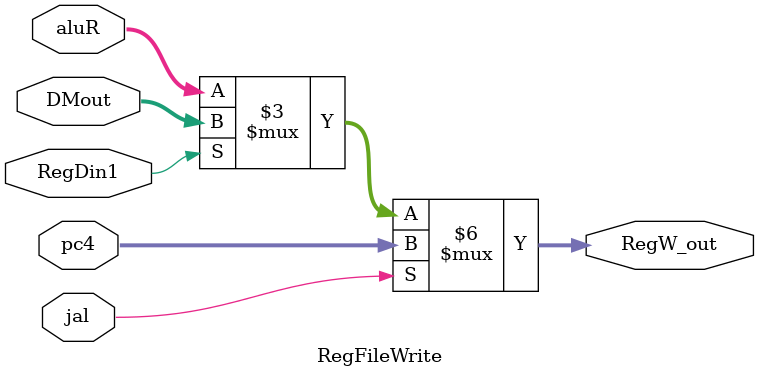
<source format=v>
module RegFileWrite(RegDin1,jal,aluR,DMout,pc4,RegW_out);
  input RegDin1,jal;
  input [31:0] aluR;
  input [31:0] DMout;
  input [31:0] pc4;
  output [31:0] RegW_out;
  reg [31:0] RegW_out;
  always @(RegDin1,jal,aluR,DMout,pc4) begin
    if(jal) begin
        RegW_out <= pc4;
    end
    else if(RegDin1) begin
        RegW_out <= DMout;
    end
    else begin
        RegW_out <= aluR;
    end
  end
endmodule
</source>
